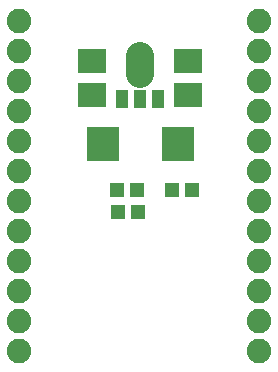
<source format=gbr>
G04 EAGLE Gerber RS-274X export*
G75*
%MOMM*%
%FSLAX34Y34*%
%LPD*%
%INSoldermask Bottom*%
%IPPOS*%
%AMOC8*
5,1,8,0,0,1.08239X$1,22.5*%
G01*
%ADD10C,2.082800*%
%ADD11R,2.753200X2.903200*%
%ADD12R,1.203200X1.303200*%
%ADD13R,1.053059X1.579191*%
%ADD14R,1.049644X1.576009*%
%ADD15R,1.050972X1.580131*%
%ADD16C,2.403200*%
%ADD17R,2.406800X1.998700*%
%ADD18R,1.303200X1.203200*%


D10*
X12700Y292100D03*
X12700Y266700D03*
X12700Y241300D03*
X12700Y215900D03*
X12700Y190500D03*
X12700Y165100D03*
X12700Y139700D03*
X12700Y114300D03*
X12700Y88900D03*
X12700Y63500D03*
X12700Y38100D03*
X12700Y12700D03*
X215900Y292100D03*
X215900Y266700D03*
X215900Y241300D03*
X215900Y215900D03*
X215900Y190500D03*
X215900Y165100D03*
X215900Y139700D03*
X215900Y114300D03*
X215900Y88900D03*
X215900Y63500D03*
X215900Y38100D03*
X215900Y12700D03*
D11*
X147270Y187960D03*
X83870Y187960D03*
D12*
X142630Y148590D03*
X159630Y148590D03*
D13*
X130095Y225664D03*
D14*
X100078Y225680D03*
D15*
X115085Y225659D03*
D16*
X115080Y247460D02*
X115080Y262460D01*
D17*
X155720Y258419D03*
X155720Y229221D03*
X74440Y228891D03*
X74440Y258089D03*
D12*
X112500Y148500D03*
X95500Y148500D03*
D18*
X113500Y130000D03*
X96500Y130000D03*
M02*

</source>
